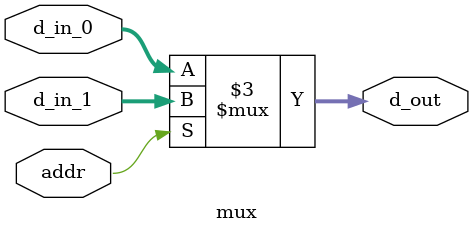
<source format=v>
`timescale 1ns/1ps

`define REG_WIDTH 32

module mux(addr, d_in_0, d_in_1, d_out);

input addr;
input [`REG_WIDTH-1:0] d_in_0, d_in_1;

output reg [`REG_WIDTH-1:0] d_out;

always @* begin
	if(addr) d_out = d_in_1;
	else d_out = d_in_0;
end
endmodule

</source>
